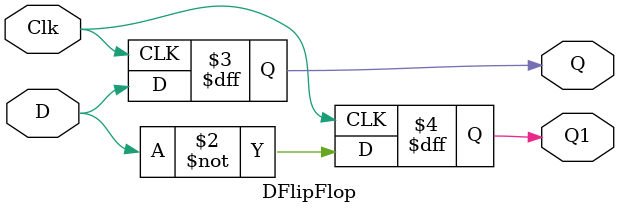
<source format=v>
module DFlipFlop(Clk,D,Q,Q1);
input Clk,D;
output reg Q,Q1;
always @(posedge Clk)
begin
Q = D;
Q1 = ~D;
end
endmodule 
</source>
